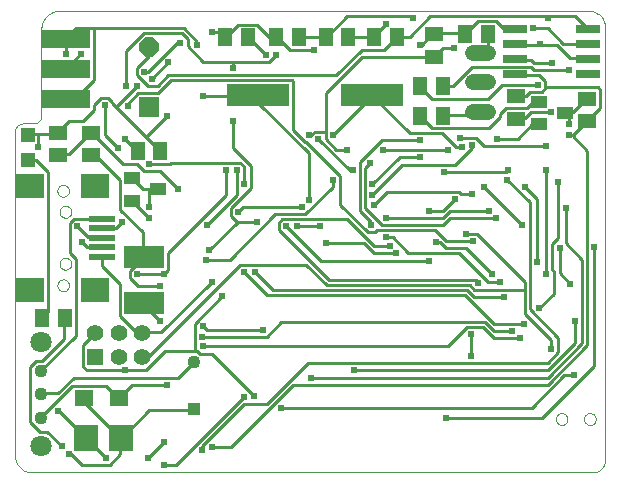
<source format=gtl>
G75*
%MOIN*%
%OFA0B0*%
%FSLAX24Y24*%
%IPPOS*%
%LPD*%
%AMOC8*
5,1,8,0,0,1.08239X$1,22.5*
%
%ADD10C,0.0000*%
%ADD11C,0.0436*%
%ADD12C,0.0709*%
%ADD13R,0.0650X0.0650*%
%ADD14OC8,0.0650*%
%ADD15R,0.0945X0.0787*%
%ADD16R,0.0909X0.0197*%
%ADD17C,0.0520*%
%ADD18R,0.1600X0.0600*%
%ADD19R,0.0512X0.0591*%
%ADD20R,0.2100X0.0760*%
%ADD21R,0.0800X0.0260*%
%ADD22R,0.0591X0.0512*%
%ADD23R,0.0551X0.0394*%
%ADD24R,0.0787X0.0866*%
%ADD25R,0.0630X0.0551*%
%ADD26R,0.1339X0.0748*%
%ADD27R,0.0560X0.0560*%
%ADD28C,0.0560*%
%ADD29R,0.0436X0.0436*%
%ADD30R,0.0472X0.0472*%
%ADD31C,0.0100*%
%ADD32C,0.0240*%
D10*
X002038Y000854D02*
X002038Y011613D01*
X002039Y011613D02*
X002041Y011645D01*
X002046Y011676D01*
X002055Y011707D01*
X002067Y011737D01*
X002083Y011765D01*
X002101Y011791D01*
X002122Y011815D01*
X002146Y011836D01*
X002172Y011854D01*
X002200Y011870D01*
X002230Y011882D01*
X002261Y011891D01*
X002292Y011896D01*
X002324Y011898D01*
X002324Y011899D02*
X002659Y011899D01*
X002689Y011901D01*
X002718Y011906D01*
X002747Y011914D01*
X002774Y011925D01*
X002800Y011940D01*
X002824Y011957D01*
X002846Y011977D01*
X002866Y011999D01*
X002883Y012023D01*
X002898Y012049D01*
X002909Y012076D01*
X002917Y012105D01*
X002922Y012134D01*
X002924Y012164D01*
X002924Y015048D01*
X002926Y015095D01*
X002931Y015142D01*
X002941Y015189D01*
X002954Y015234D01*
X002970Y015279D01*
X002990Y015322D01*
X003013Y015363D01*
X003039Y015402D01*
X003068Y015440D01*
X003101Y015474D01*
X003135Y015507D01*
X003173Y015536D01*
X003212Y015562D01*
X003253Y015585D01*
X003296Y015605D01*
X003341Y015621D01*
X003386Y015634D01*
X003433Y015644D01*
X003480Y015649D01*
X003527Y015651D01*
X021161Y015651D01*
X021161Y015650D02*
X021207Y015648D01*
X021254Y015642D01*
X021299Y015633D01*
X021343Y015620D01*
X021387Y015603D01*
X021428Y015582D01*
X021468Y015558D01*
X021506Y015531D01*
X021542Y015501D01*
X021574Y015469D01*
X021604Y015433D01*
X021631Y015395D01*
X021655Y015355D01*
X021676Y015314D01*
X021693Y015270D01*
X021706Y015226D01*
X021715Y015181D01*
X021721Y015134D01*
X021723Y015088D01*
X021723Y000683D01*
X021721Y000644D01*
X021716Y000606D01*
X021707Y000569D01*
X021695Y000532D01*
X021679Y000497D01*
X021660Y000463D01*
X021639Y000431D01*
X021614Y000401D01*
X021587Y000374D01*
X021557Y000349D01*
X021525Y000328D01*
X021491Y000309D01*
X021456Y000293D01*
X021419Y000281D01*
X021382Y000272D01*
X021344Y000267D01*
X021305Y000265D01*
X002628Y000265D01*
X002582Y000267D01*
X002536Y000272D01*
X002491Y000281D01*
X002446Y000294D01*
X002403Y000310D01*
X002361Y000329D01*
X002320Y000352D01*
X002282Y000377D01*
X002245Y000406D01*
X002212Y000438D01*
X002180Y000471D01*
X002151Y000508D01*
X002126Y000546D01*
X002103Y000587D01*
X002084Y000629D01*
X002068Y000672D01*
X002055Y000717D01*
X002046Y000762D01*
X002041Y000808D01*
X002039Y000854D01*
X003456Y006501D02*
X003458Y006528D01*
X003464Y006555D01*
X003473Y006581D01*
X003486Y006605D01*
X003502Y006628D01*
X003521Y006647D01*
X003543Y006664D01*
X003567Y006678D01*
X003592Y006688D01*
X003619Y006695D01*
X003646Y006698D01*
X003674Y006697D01*
X003701Y006692D01*
X003727Y006684D01*
X003751Y006672D01*
X003774Y006656D01*
X003795Y006638D01*
X003812Y006617D01*
X003827Y006593D01*
X003838Y006568D01*
X003846Y006542D01*
X003850Y006515D01*
X003850Y006487D01*
X003846Y006460D01*
X003838Y006434D01*
X003827Y006409D01*
X003812Y006385D01*
X003795Y006364D01*
X003774Y006346D01*
X003752Y006330D01*
X003727Y006318D01*
X003701Y006310D01*
X003674Y006305D01*
X003646Y006304D01*
X003619Y006307D01*
X003592Y006314D01*
X003567Y006324D01*
X003543Y006338D01*
X003521Y006355D01*
X003502Y006374D01*
X003486Y006397D01*
X003473Y006421D01*
X003464Y006447D01*
X003458Y006474D01*
X003456Y006501D01*
X003532Y007222D02*
X003534Y007249D01*
X003540Y007276D01*
X003549Y007302D01*
X003562Y007326D01*
X003578Y007349D01*
X003597Y007368D01*
X003619Y007385D01*
X003643Y007399D01*
X003668Y007409D01*
X003695Y007416D01*
X003722Y007419D01*
X003750Y007418D01*
X003777Y007413D01*
X003803Y007405D01*
X003827Y007393D01*
X003850Y007377D01*
X003871Y007359D01*
X003888Y007338D01*
X003903Y007314D01*
X003914Y007289D01*
X003922Y007263D01*
X003926Y007236D01*
X003926Y007208D01*
X003922Y007181D01*
X003914Y007155D01*
X003903Y007130D01*
X003888Y007106D01*
X003871Y007085D01*
X003850Y007067D01*
X003828Y007051D01*
X003803Y007039D01*
X003777Y007031D01*
X003750Y007026D01*
X003722Y007025D01*
X003695Y007028D01*
X003668Y007035D01*
X003643Y007045D01*
X003619Y007059D01*
X003597Y007076D01*
X003578Y007095D01*
X003562Y007118D01*
X003549Y007142D01*
X003540Y007168D01*
X003534Y007195D01*
X003532Y007222D01*
X003532Y008954D02*
X003534Y008981D01*
X003540Y009008D01*
X003549Y009034D01*
X003562Y009058D01*
X003578Y009081D01*
X003597Y009100D01*
X003619Y009117D01*
X003643Y009131D01*
X003668Y009141D01*
X003695Y009148D01*
X003722Y009151D01*
X003750Y009150D01*
X003777Y009145D01*
X003803Y009137D01*
X003827Y009125D01*
X003850Y009109D01*
X003871Y009091D01*
X003888Y009070D01*
X003903Y009046D01*
X003914Y009021D01*
X003922Y008995D01*
X003926Y008968D01*
X003926Y008940D01*
X003922Y008913D01*
X003914Y008887D01*
X003903Y008862D01*
X003888Y008838D01*
X003871Y008817D01*
X003850Y008799D01*
X003828Y008783D01*
X003803Y008771D01*
X003777Y008763D01*
X003750Y008758D01*
X003722Y008757D01*
X003695Y008760D01*
X003668Y008767D01*
X003643Y008777D01*
X003619Y008791D01*
X003597Y008808D01*
X003578Y008827D01*
X003562Y008850D01*
X003549Y008874D01*
X003540Y008900D01*
X003534Y008927D01*
X003532Y008954D01*
X003456Y009655D02*
X003458Y009682D01*
X003464Y009709D01*
X003473Y009735D01*
X003486Y009759D01*
X003502Y009782D01*
X003521Y009801D01*
X003543Y009818D01*
X003567Y009832D01*
X003592Y009842D01*
X003619Y009849D01*
X003646Y009852D01*
X003674Y009851D01*
X003701Y009846D01*
X003727Y009838D01*
X003751Y009826D01*
X003774Y009810D01*
X003795Y009792D01*
X003812Y009771D01*
X003827Y009747D01*
X003838Y009722D01*
X003846Y009696D01*
X003850Y009669D01*
X003850Y009641D01*
X003846Y009614D01*
X003838Y009588D01*
X003827Y009563D01*
X003812Y009539D01*
X003795Y009518D01*
X003774Y009500D01*
X003752Y009484D01*
X003727Y009472D01*
X003701Y009464D01*
X003674Y009459D01*
X003646Y009458D01*
X003619Y009461D01*
X003592Y009468D01*
X003567Y009478D01*
X003543Y009492D01*
X003521Y009509D01*
X003502Y009528D01*
X003486Y009551D01*
X003473Y009575D01*
X003464Y009601D01*
X003458Y009628D01*
X003456Y009655D01*
X020066Y002045D02*
X020068Y002072D01*
X020074Y002099D01*
X020083Y002125D01*
X020096Y002149D01*
X020112Y002172D01*
X020131Y002191D01*
X020153Y002208D01*
X020177Y002222D01*
X020202Y002232D01*
X020229Y002239D01*
X020256Y002242D01*
X020284Y002241D01*
X020311Y002236D01*
X020337Y002228D01*
X020361Y002216D01*
X020384Y002200D01*
X020405Y002182D01*
X020422Y002161D01*
X020437Y002137D01*
X020448Y002112D01*
X020456Y002086D01*
X020460Y002059D01*
X020460Y002031D01*
X020456Y002004D01*
X020448Y001978D01*
X020437Y001953D01*
X020422Y001929D01*
X020405Y001908D01*
X020384Y001890D01*
X020362Y001874D01*
X020337Y001862D01*
X020311Y001854D01*
X020284Y001849D01*
X020256Y001848D01*
X020229Y001851D01*
X020202Y001858D01*
X020177Y001868D01*
X020153Y001882D01*
X020131Y001899D01*
X020112Y001918D01*
X020096Y001941D01*
X020083Y001965D01*
X020074Y001991D01*
X020068Y002018D01*
X020066Y002045D01*
X021011Y002045D02*
X021013Y002072D01*
X021019Y002099D01*
X021028Y002125D01*
X021041Y002149D01*
X021057Y002172D01*
X021076Y002191D01*
X021098Y002208D01*
X021122Y002222D01*
X021147Y002232D01*
X021174Y002239D01*
X021201Y002242D01*
X021229Y002241D01*
X021256Y002236D01*
X021282Y002228D01*
X021306Y002216D01*
X021329Y002200D01*
X021350Y002182D01*
X021367Y002161D01*
X021382Y002137D01*
X021393Y002112D01*
X021401Y002086D01*
X021405Y002059D01*
X021405Y002031D01*
X021401Y002004D01*
X021393Y001978D01*
X021382Y001953D01*
X021367Y001929D01*
X021350Y001908D01*
X021329Y001890D01*
X021307Y001874D01*
X021282Y001862D01*
X021256Y001854D01*
X021229Y001849D01*
X021201Y001848D01*
X021174Y001851D01*
X021147Y001858D01*
X021122Y001868D01*
X021098Y001882D01*
X021076Y001899D01*
X021057Y001918D01*
X021041Y001941D01*
X021028Y001965D01*
X021019Y001991D01*
X021013Y002018D01*
X021011Y002045D01*
D11*
X007999Y003950D03*
X002912Y003655D03*
X002912Y002867D03*
X002912Y002080D03*
D12*
X002912Y001135D03*
X002912Y004600D03*
D13*
X006527Y012438D03*
D14*
X006527Y014438D03*
D15*
X004714Y009820D03*
X002548Y009820D03*
X002548Y006356D03*
X004714Y006356D03*
D16*
X004936Y007458D03*
X004936Y007773D03*
X004936Y008088D03*
X004936Y008403D03*
X004936Y008718D03*
D17*
X017305Y012280D02*
X017825Y012280D01*
X017825Y013265D02*
X017305Y013265D01*
X017305Y014249D02*
X017825Y014249D01*
D18*
X003751Y014706D03*
X003751Y013706D03*
X003751Y012706D03*
D19*
X006145Y010978D03*
X006893Y010978D03*
X009058Y014769D03*
X009806Y014769D03*
X010759Y014769D03*
X011507Y014769D03*
X012397Y014769D03*
X013145Y014769D03*
X014015Y014777D03*
X014763Y014777D03*
X015558Y013139D03*
X016306Y013139D03*
X016298Y012151D03*
X015550Y012151D03*
X017058Y014867D03*
X017806Y014867D03*
X003700Y005411D03*
X002952Y005411D03*
D20*
X010150Y012852D03*
X013950Y012852D03*
D21*
X018718Y013535D03*
X018718Y014035D03*
X018718Y014535D03*
X018718Y015035D03*
X021138Y015035D03*
X021138Y014535D03*
X021138Y014035D03*
X021138Y013535D03*
D22*
X021113Y012726D03*
X021113Y011978D03*
X018759Y012056D03*
X018759Y012804D03*
X016007Y014127D03*
X016007Y014875D03*
X004578Y011592D03*
X004578Y010844D03*
X003464Y010836D03*
X003464Y011584D03*
D23*
X005956Y010076D03*
X006822Y009702D03*
X005956Y009328D03*
X019515Y011879D03*
X020381Y012253D03*
X019515Y012627D03*
D24*
X005582Y001399D03*
X004401Y001399D03*
D25*
X004342Y002753D03*
X005523Y002753D03*
D26*
X006342Y005899D03*
X006342Y007434D03*
D27*
X004716Y004115D03*
D28*
X005503Y004115D03*
X006290Y004115D03*
X006290Y004903D03*
X005503Y004903D03*
X004716Y004903D03*
D29*
X007999Y002375D03*
D30*
X002468Y010682D03*
X002468Y011509D03*
D31*
X002478Y011545D01*
X002798Y011545D01*
X002798Y011105D01*
X002468Y010682D02*
X002478Y010665D01*
X002758Y010665D01*
X003158Y010265D01*
X003158Y005625D01*
X002958Y005425D01*
X002952Y005411D01*
X003678Y005385D02*
X003700Y005411D01*
X003678Y005385D02*
X003678Y004705D01*
X002958Y003985D01*
X002758Y003985D01*
X002558Y003785D01*
X002558Y001945D01*
X002878Y001625D01*
X003118Y001625D01*
X003598Y001145D01*
X003838Y000865D02*
X003918Y000865D01*
X004278Y000505D01*
X005198Y000505D01*
X005558Y000865D01*
X005558Y001385D01*
X005582Y001399D01*
X005598Y001425D01*
X006518Y002345D01*
X007998Y002345D01*
X007999Y002375D01*
X007118Y003185D02*
X005958Y003185D01*
X005558Y002785D01*
X005523Y002753D01*
X005478Y002745D01*
X005078Y003145D01*
X003958Y003145D01*
X002918Y002105D01*
X002912Y002080D01*
X003478Y002305D02*
X003518Y002305D01*
X004398Y001425D01*
X004401Y001399D01*
X004438Y001385D01*
X005078Y000745D01*
X005582Y001399D02*
X005558Y001425D01*
X004358Y002625D01*
X004358Y002745D01*
X004342Y002753D01*
X003998Y003425D02*
X007478Y003425D01*
X007998Y003945D01*
X007999Y003950D01*
X008198Y004225D02*
X008118Y004305D01*
X008038Y004305D01*
X008038Y005225D01*
X008958Y006145D01*
X008598Y006625D02*
X006918Y004945D01*
X006318Y004945D01*
X006290Y004903D01*
X006278Y004905D01*
X006118Y004905D01*
X005558Y005465D01*
X005558Y006545D01*
X004958Y007145D01*
X004958Y007425D01*
X004936Y007458D01*
X004936Y007773D02*
X004918Y007785D01*
X004438Y007785D01*
X004278Y007945D01*
X004478Y008105D02*
X004918Y008105D01*
X004936Y008088D01*
X004936Y008403D02*
X004958Y008425D01*
X005398Y008425D01*
X005598Y008625D01*
X005558Y009025D02*
X006318Y008265D01*
X006318Y007465D01*
X006342Y007434D01*
X006318Y007425D01*
X005878Y006985D01*
X005878Y006745D01*
X006158Y006465D01*
X006878Y006465D01*
X006998Y006865D02*
X006118Y006865D01*
X006998Y006865D02*
X007158Y007025D01*
X007158Y007585D01*
X009078Y009505D01*
X009078Y010345D01*
X009438Y010345D02*
X009438Y009505D01*
X008438Y008505D01*
X009238Y008825D02*
X009238Y009065D01*
X009918Y009745D01*
X009918Y010465D01*
X009318Y011065D01*
X009318Y011985D01*
X010158Y012585D02*
X010158Y012825D01*
X010150Y012852D01*
X010118Y012825D01*
X008318Y012825D01*
X007238Y013345D02*
X006798Y012905D01*
X006158Y012905D01*
X005798Y012545D01*
X005798Y012465D01*
X005418Y012445D02*
X006118Y013145D01*
X005758Y013145D02*
X005758Y014305D01*
X006358Y014905D01*
X007598Y014905D01*
X007798Y014705D01*
X007798Y014465D01*
X008318Y013945D01*
X009318Y013945D01*
X009318Y013745D01*
X009318Y013945D02*
X010518Y013945D01*
X010758Y014185D01*
X010398Y014185D02*
X009838Y014745D01*
X009806Y014769D01*
X010118Y015185D02*
X009478Y015185D01*
X009078Y014785D01*
X009058Y014769D01*
X009038Y014785D01*
X008878Y014945D01*
X008598Y014945D01*
X008118Y014625D02*
X007678Y015065D01*
X004678Y015065D01*
X004678Y013345D01*
X004078Y012745D01*
X003758Y012745D01*
X003751Y012706D01*
X003838Y011985D02*
X003478Y011625D01*
X003464Y011584D01*
X003438Y011545D01*
X002798Y011545D01*
X003478Y010865D02*
X003464Y010836D01*
X003478Y010865D02*
X003838Y010865D01*
X004558Y011585D01*
X004578Y011592D01*
X004598Y011585D01*
X005638Y010545D01*
X006118Y010545D01*
X006358Y010305D01*
X006878Y010305D01*
X007478Y009705D01*
X006822Y009702D02*
X006798Y009705D01*
X006518Y009705D01*
X006518Y009105D01*
X006518Y008745D02*
X005958Y009305D01*
X005956Y009328D01*
X005558Y009025D02*
X005558Y010025D01*
X004758Y010825D01*
X004598Y010825D01*
X004578Y010844D01*
X005038Y011505D02*
X005478Y011065D01*
X005718Y011385D02*
X006118Y010985D01*
X006145Y010978D01*
X006518Y010545D02*
X007198Y010545D01*
X007238Y010585D01*
X009558Y010585D01*
X009678Y010465D01*
X009678Y009865D01*
X009638Y009105D02*
X009478Y008945D01*
X009638Y009105D02*
X011598Y009105D01*
X011838Y009345D02*
X011838Y010905D01*
X010158Y012585D01*
X011278Y013345D02*
X007238Y013345D01*
X007158Y013505D02*
X012758Y013505D01*
X013598Y014345D01*
X014358Y014345D01*
X014758Y014745D01*
X014763Y014777D01*
X014798Y014785D01*
X015198Y014785D01*
X015878Y015465D01*
X019798Y015465D01*
X019798Y015425D01*
X019798Y015465D02*
X020718Y015465D01*
X021118Y015065D01*
X021138Y015035D01*
X021118Y014545D02*
X020318Y014545D01*
X019798Y015065D01*
X019318Y015065D01*
X019558Y014545D02*
X019558Y014505D01*
X018718Y014505D01*
X018718Y014535D01*
X018718Y015035D02*
X018678Y015065D01*
X018318Y015065D01*
X018078Y015305D01*
X017478Y015305D01*
X017078Y014905D01*
X017058Y014867D01*
X017038Y014905D01*
X016038Y014905D01*
X016007Y014875D01*
X015958Y014865D01*
X015598Y014505D01*
X015558Y014505D01*
X016007Y014127D02*
X016038Y014145D01*
X016318Y014425D01*
X016678Y014425D01*
X016007Y014127D02*
X015998Y014105D01*
X013598Y014105D01*
X012398Y012905D01*
X012398Y011625D01*
X012038Y011625D01*
X011918Y011505D01*
X011838Y011505D01*
X011758Y011265D02*
X011718Y011265D01*
X011318Y011665D01*
X011318Y013305D01*
X011278Y013345D01*
X011198Y014345D02*
X011998Y014345D01*
X012358Y014785D02*
X011518Y014785D01*
X011507Y014769D01*
X011198Y014345D02*
X010798Y014745D01*
X010759Y014769D01*
X010758Y014785D01*
X010518Y014785D01*
X010118Y015185D01*
X008118Y014625D02*
X008118Y014505D01*
X007558Y014585D02*
X007438Y014585D01*
X006478Y013625D01*
X006358Y013625D01*
X006118Y013505D02*
X006478Y013145D01*
X006798Y013145D01*
X007158Y013505D01*
X007158Y013945D02*
X006598Y013385D01*
X006118Y013505D02*
X006118Y013745D01*
X006518Y014145D01*
X006518Y014425D01*
X006527Y014438D01*
X004678Y015065D02*
X004078Y015065D01*
X003758Y014745D01*
X003751Y014706D01*
X003758Y014665D01*
X003758Y014225D01*
X003758Y013745D02*
X004238Y014225D01*
X003758Y013745D02*
X003751Y013706D01*
X004918Y012745D02*
X004678Y012505D01*
X004678Y012345D01*
X004318Y011985D01*
X003838Y011985D01*
X005038Y011505D02*
X005038Y012505D01*
X005278Y012585D02*
X005278Y012625D01*
X005158Y012745D01*
X004918Y012745D01*
X005278Y012585D02*
X005418Y012445D01*
X006418Y011445D01*
X007118Y012145D01*
X006418Y011445D02*
X006878Y010985D01*
X006893Y010978D01*
X005956Y010076D02*
X005958Y010065D01*
X006318Y009705D01*
X006518Y009705D01*
X004936Y008718D02*
X004918Y008705D01*
X003998Y008705D01*
X003878Y008585D01*
X003878Y007585D01*
X004078Y007385D01*
X004078Y004825D01*
X002918Y003665D01*
X002912Y003655D01*
X002918Y002905D02*
X002912Y002867D01*
X002918Y002905D02*
X003478Y002905D01*
X003998Y003425D01*
X004318Y003785D02*
X004318Y004505D01*
X004678Y004865D01*
X004716Y004903D01*
X004318Y003785D02*
X004438Y003665D01*
X005718Y003665D01*
X006398Y003665D01*
X007038Y004305D01*
X008038Y004305D01*
X008198Y004225D02*
X008598Y004225D01*
X009998Y002825D01*
X009678Y002785D02*
X007398Y000505D01*
X006998Y000505D01*
X006478Y000745D02*
X006998Y001265D01*
X008278Y001145D02*
X008278Y001025D01*
X008278Y001145D02*
X009678Y002545D01*
X010438Y002545D01*
X011798Y003905D01*
X019798Y003905D01*
X020158Y004265D01*
X020158Y004745D01*
X019198Y005705D01*
X019198Y009265D01*
X018438Y010025D01*
X018398Y010265D02*
X018478Y010345D01*
X018398Y010265D02*
X016358Y010265D01*
X016718Y010505D02*
X014958Y010505D01*
X013958Y009505D01*
X013998Y009185D02*
X014438Y009625D01*
X016838Y009625D01*
X016918Y009545D01*
X017278Y009545D01*
X017678Y009785D02*
X018958Y008505D01*
X018078Y008745D02*
X016558Y008745D01*
X016318Y008505D01*
X014278Y008505D01*
X013718Y009065D01*
X013718Y010425D01*
X013878Y010585D01*
X013558Y010625D02*
X014278Y011345D01*
X015558Y011345D01*
X015198Y011585D02*
X013958Y012825D01*
X013950Y012852D01*
X013958Y012825D02*
X012638Y011505D01*
X012398Y011625D02*
X012398Y011385D01*
X012758Y011025D01*
X013118Y011025D01*
X013558Y010625D02*
X013558Y008985D01*
X013918Y008625D01*
X013918Y008505D01*
X014118Y008345D02*
X014038Y008265D01*
X013798Y008265D01*
X012878Y009185D01*
X012878Y010145D01*
X011758Y011265D01*
X012158Y011385D02*
X013198Y010345D01*
X013318Y010345D01*
X012638Y010025D02*
X012638Y009785D01*
X011718Y008865D01*
X010718Y008865D01*
X009198Y007345D01*
X008398Y007345D01*
X008518Y007665D02*
X009478Y008625D01*
X009438Y008625D01*
X009238Y008825D01*
X009478Y008625D02*
X010118Y008625D01*
X010838Y008585D02*
X010838Y008345D01*
X012518Y006665D01*
X017398Y006665D01*
X017478Y006585D01*
X017358Y006345D02*
X017198Y006505D01*
X012438Y006505D01*
X011758Y007185D01*
X009558Y007185D01*
X006518Y004145D01*
X006318Y004145D01*
X006290Y004115D01*
X006878Y005305D02*
X006318Y005865D01*
X006342Y005899D01*
X008318Y005145D02*
X008438Y005025D01*
X010318Y005025D01*
X010438Y004785D02*
X008278Y004785D01*
X008318Y004465D02*
X016478Y004465D01*
X017118Y005105D01*
X017638Y005105D01*
X017998Y004745D01*
X018878Y004745D01*
X018598Y004985D02*
X017998Y004985D01*
X017718Y005265D01*
X010918Y005265D01*
X010438Y004785D01*
X010438Y006185D02*
X009678Y006945D01*
X010038Y006945D02*
X010638Y006345D01*
X017118Y006345D01*
X017358Y006105D01*
X018358Y006105D01*
X018198Y006625D02*
X017798Y006625D01*
X016838Y007585D01*
X015158Y007585D01*
X014638Y008105D01*
X014398Y008105D01*
X014558Y007825D02*
X013998Y007825D01*
X013118Y008705D01*
X010958Y008705D01*
X010838Y008585D01*
X011078Y008465D02*
X012238Y007305D01*
X015838Y007305D01*
X016398Y007745D02*
X017078Y007745D01*
X017958Y006865D01*
X017358Y006345D02*
X019038Y006345D01*
X019038Y006625D01*
X017438Y008225D01*
X017078Y008225D01*
X017318Y007985D02*
X016398Y007985D01*
X016038Y008345D01*
X014118Y008345D01*
X014398Y008745D02*
X016318Y008745D01*
X016558Y008985D01*
X017838Y008985D01*
X016718Y009385D02*
X016318Y008985D01*
X015838Y008985D01*
X016078Y007945D02*
X016198Y007945D01*
X016398Y007745D01*
X014758Y007585D02*
X013998Y007585D01*
X013678Y007905D01*
X012398Y007905D01*
X012198Y008465D02*
X011438Y008465D01*
X013958Y009865D02*
X014878Y010785D01*
X015558Y010785D01*
X016478Y011025D02*
X014318Y011025D01*
X015198Y011585D02*
X016278Y011585D01*
X016758Y011105D01*
X016958Y011105D01*
X017278Y011065D02*
X017278Y011185D01*
X017278Y011065D02*
X016718Y010505D01*
X017398Y011425D02*
X017678Y011145D01*
X019758Y011145D01*
X020518Y011505D02*
X020638Y011505D01*
X020638Y011465D01*
X021118Y010985D01*
X021118Y004505D01*
X019798Y003185D01*
X011318Y003185D01*
X009238Y001105D01*
X008598Y001105D01*
X010918Y002425D02*
X019278Y002425D01*
X020358Y003505D01*
X020678Y003505D01*
X021358Y003825D02*
X019598Y002065D01*
X016398Y002065D01*
X017238Y004145D02*
X017238Y004865D01*
X017998Y005225D02*
X017038Y006185D01*
X010438Y006185D01*
X013358Y003665D02*
X019798Y003665D01*
X020718Y004585D01*
X020718Y005305D01*
X019918Y004665D02*
X019918Y004385D01*
X019918Y004665D02*
X019038Y005545D01*
X019038Y006345D01*
X019518Y005745D02*
X019998Y006225D01*
X019998Y006985D01*
X019958Y007025D01*
X019958Y007865D01*
X020158Y008065D01*
X020158Y009945D01*
X019758Y010345D02*
X019758Y006865D01*
X020198Y006905D02*
X020558Y006545D01*
X020198Y006905D02*
X020198Y007745D01*
X020398Y007905D02*
X020958Y007345D01*
X020958Y004585D01*
X019798Y003425D01*
X011918Y003425D01*
X017998Y005225D02*
X018998Y005225D01*
X021358Y003825D02*
X021358Y007785D01*
X020398Y007905D02*
X020398Y009065D01*
X019438Y009385D02*
X019038Y009785D01*
X019438Y009385D02*
X019438Y007265D01*
X018798Y011385D02*
X018118Y011385D01*
X017838Y011745D02*
X015958Y011745D01*
X015558Y012145D01*
X015550Y012151D01*
X015958Y012705D02*
X015558Y013105D01*
X015558Y013139D01*
X015958Y012705D02*
X017798Y012705D01*
X018278Y013185D01*
X019478Y013185D01*
X019718Y013105D02*
X019718Y013305D01*
X019518Y013505D01*
X018718Y013505D01*
X018718Y013535D01*
X019238Y013785D02*
X019358Y013665D01*
X020518Y013665D01*
X020558Y014065D02*
X021118Y014065D01*
X021138Y014035D01*
X020558Y014065D02*
X020118Y014505D01*
X019558Y014505D01*
X019238Y014025D02*
X018718Y014025D01*
X018718Y014035D01*
X019238Y014025D02*
X019358Y013905D01*
X019958Y013905D01*
X019238Y013785D02*
X017278Y013785D01*
X016638Y013145D01*
X016318Y013145D01*
X016306Y013139D01*
X017565Y012280D02*
X017558Y012265D01*
X017478Y012185D01*
X016318Y012185D01*
X016298Y012151D01*
X016878Y011425D02*
X017398Y011425D01*
X017838Y011745D02*
X018198Y012105D01*
X018198Y012225D01*
X018398Y012425D01*
X019118Y012425D01*
X019318Y012625D01*
X019478Y012625D01*
X019515Y012627D01*
X019598Y012945D02*
X019198Y012945D01*
X019078Y012825D01*
X018798Y012825D01*
X018759Y012804D01*
X019598Y012945D02*
X019718Y013065D01*
X019718Y013105D01*
X021478Y013105D01*
X021558Y013025D01*
X021558Y012425D01*
X021118Y011985D01*
X021113Y011978D01*
X021078Y011945D01*
X020638Y011505D01*
X020518Y011865D02*
X020518Y012225D01*
X020381Y012253D01*
X020398Y012265D01*
X020638Y012265D01*
X021078Y012705D01*
X021113Y012726D01*
X019918Y012265D02*
X019238Y012265D01*
X019038Y012065D01*
X018798Y012065D01*
X018759Y012056D01*
X019278Y011865D02*
X018798Y011385D01*
X019278Y011865D02*
X019478Y011865D01*
X019515Y011879D01*
X017598Y014265D02*
X017565Y014249D01*
X017598Y014265D02*
X017798Y014465D01*
X017798Y014865D01*
X017806Y014867D01*
X015318Y015425D02*
X015278Y015465D01*
X013118Y015465D01*
X012438Y014785D01*
X012397Y014769D01*
X012358Y014785D01*
X013145Y014769D02*
X013158Y014785D01*
X013998Y014785D01*
X014015Y014777D01*
X013998Y014825D01*
X014398Y015225D01*
X021118Y014545D02*
X021138Y014535D01*
X004478Y008105D02*
X004118Y008465D01*
D32*
X004118Y008465D03*
X004278Y007945D03*
X005598Y008625D03*
X006518Y008745D03*
X006518Y009105D03*
X007478Y009705D03*
X006518Y010545D03*
X005718Y011385D03*
X005478Y011065D03*
X007118Y012145D03*
X008318Y012825D03*
X009318Y011985D03*
X009438Y010345D03*
X009078Y010345D03*
X009678Y009865D03*
X009478Y008945D03*
X010118Y008625D03*
X011078Y008465D03*
X011438Y008465D03*
X011598Y009105D03*
X011838Y009345D03*
X012638Y010025D03*
X013318Y010345D03*
X013878Y010585D03*
X014318Y011025D03*
X015558Y010785D03*
X015558Y011345D03*
X016478Y011025D03*
X016878Y011425D03*
X016958Y011105D03*
X017278Y011185D03*
X018118Y011385D03*
X018478Y010345D03*
X018438Y010025D03*
X019038Y009785D03*
X019758Y010345D03*
X020158Y009945D03*
X020398Y009065D03*
X018958Y008505D03*
X018078Y008745D03*
X017838Y008985D03*
X017278Y009545D03*
X017678Y009785D03*
X016718Y009385D03*
X015838Y008985D03*
X017078Y008225D03*
X017318Y007985D03*
X016078Y007945D03*
X015838Y007305D03*
X014758Y007585D03*
X014558Y007825D03*
X014398Y008105D03*
X013918Y008505D03*
X014398Y008745D03*
X013998Y009185D03*
X013958Y009505D03*
X013958Y009865D03*
X013118Y011025D03*
X012638Y011505D03*
X012158Y011385D03*
X011838Y011505D03*
X009318Y013745D03*
X010398Y014185D03*
X010758Y014185D03*
X011998Y014345D03*
X014398Y015225D03*
X015318Y015425D03*
X015558Y014505D03*
X016678Y014425D03*
X019318Y015065D03*
X019798Y015425D03*
X019558Y014545D03*
X019958Y013905D03*
X020518Y013665D03*
X019478Y013185D03*
X019918Y012265D03*
X020518Y011865D03*
X020518Y011505D03*
X019758Y011145D03*
X016358Y010265D03*
X020198Y007745D03*
X019438Y007265D03*
X019758Y006865D03*
X020558Y006545D03*
X019518Y005745D03*
X018998Y005225D03*
X018598Y004985D03*
X018878Y004745D03*
X019918Y004385D03*
X020678Y003505D03*
X020718Y005305D03*
X018358Y006105D03*
X018198Y006625D03*
X017958Y006865D03*
X017478Y006585D03*
X017238Y004865D03*
X017238Y004145D03*
X016398Y002065D03*
X013358Y003665D03*
X011918Y003425D03*
X010918Y002425D03*
X009998Y002825D03*
X009678Y002785D03*
X008598Y001105D03*
X008278Y001025D03*
X006998Y001265D03*
X006478Y000745D03*
X006998Y000505D03*
X005078Y000745D03*
X003838Y000865D03*
X003598Y001145D03*
X003478Y002305D03*
X005718Y003665D03*
X007118Y003185D03*
X008318Y004465D03*
X008278Y004785D03*
X008318Y005145D03*
X008958Y006145D03*
X008598Y006625D03*
X009678Y006945D03*
X010038Y006945D03*
X008518Y007665D03*
X008398Y007345D03*
X008438Y008505D03*
X006998Y006865D03*
X006878Y006465D03*
X006118Y006865D03*
X006878Y005305D03*
X010318Y005025D03*
X012398Y007905D03*
X012198Y008465D03*
X005798Y012465D03*
X005758Y013145D03*
X006118Y013145D03*
X006598Y013385D03*
X006358Y013625D03*
X007158Y013945D03*
X007558Y014585D03*
X008118Y014505D03*
X008598Y014945D03*
X005038Y012505D03*
X002798Y011105D03*
X003758Y014225D03*
X004238Y014225D03*
X021358Y007785D03*
M02*

</source>
